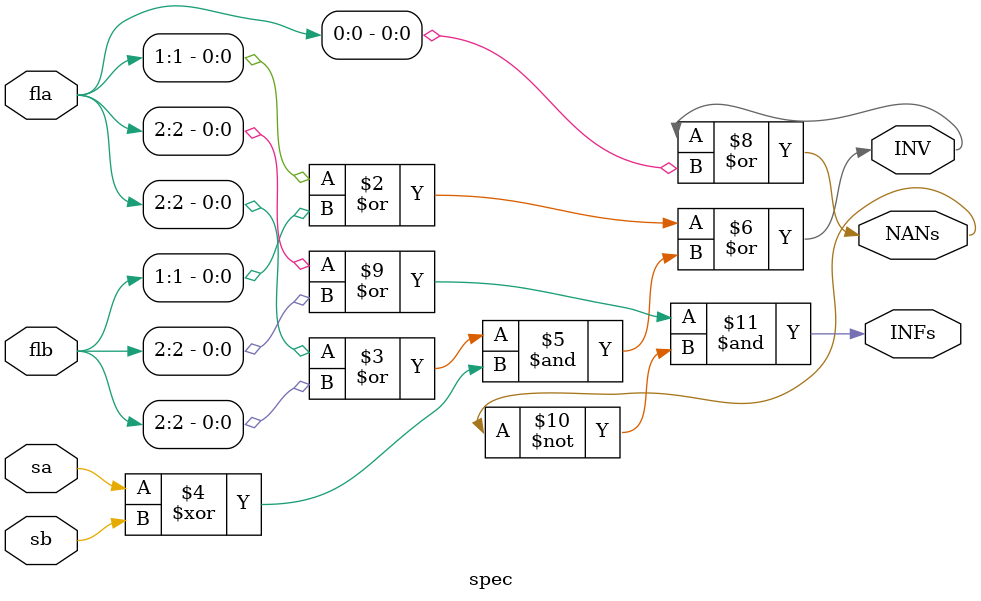
<source format=sv>
module spec(
    input sb,
    input sa,
    input [52:0] fla,
    input [52:0] flb,
    output reg INFs,
    output reg NANs,
    output reg INV
    );

    always @(*) begin
       INV = (fla[1] | flb[1]) | (fla[2] | flb[2]) & (sa ^ sb);
       NANs = INV | (fla[0] | fla[0]);
       INFs = (fla[2] | flb[2]) & ~NANs;
    end

endmodule

</source>
